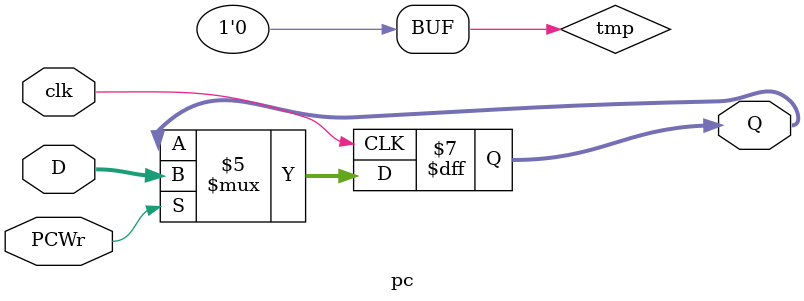
<source format=v>
`timescale 1ns / 1ps


module pc(
    input clk,
    input PCWr,
    input[31:0] D,
    output reg[31:0] Q
    );
    reg tmp = 0;
    initial
    begin
        Q = 0;
    end
    always@(posedge clk)
    begin
        if(PCWr)
           Q = D;
    end
endmodule

</source>
